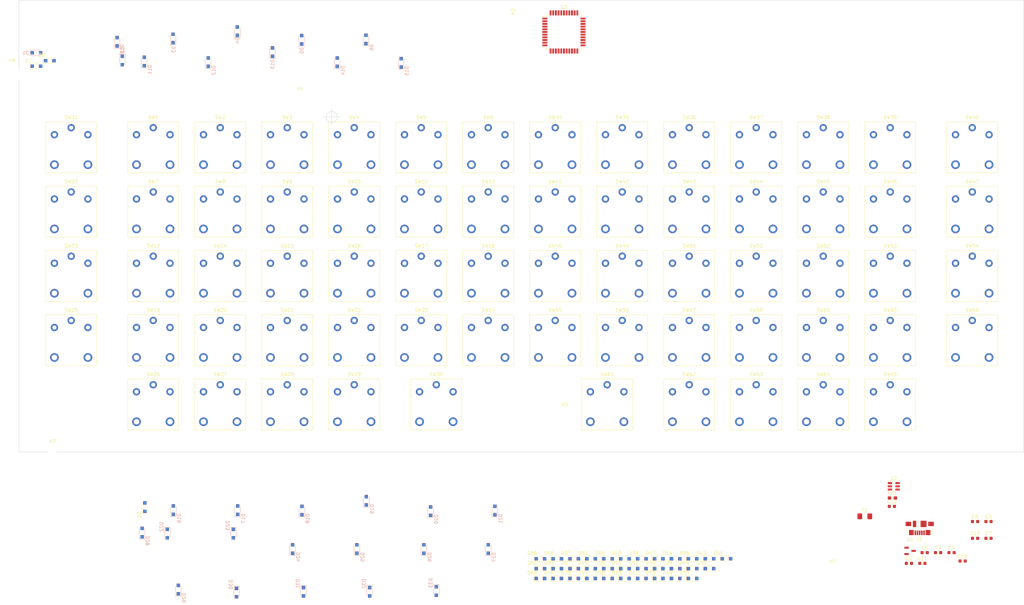
<source format=kicad_pcb>
(kicad_pcb (version 20221018) (generator pcbnew)
  (layers (0 "F.Cu" signal) (31 "B.Cu" signal) (34 "B.Paste" user) (35 "F.Paste" user) (36 "B.SilkS" user "B.Silkscreen") (37 "F.SilkS" user "F.Silkscreen") (38 "B.Mask" user) (39 "F.Mask" user) (44 "Edge.Cuts" user))
  (net 0 "")
  (net 1 "GND")
  (net 2 "Net-(D1-A)")
  (net 3 "Net-(D2-A)")
  (net 4 "/ROW_0")
  (net 5 "Net-(D3-A)")
  (net 6 "Net-(D4-A)")
  (net 7 "Net-(D5-A)")
  (net 8 "Net-(D6-A)")
  (net 9 "Net-(D7-A)")
  (net 10 "Net-(D8-A)")
  (net 11 "/ROW_1")
  (net 12 "Net-(D9-A)")
  (net 13 "Net-(D10-A)")
  (net 14 "Net-(D11-A)")
  (net 15 "Net-(D12-A)")
  (net 16 "Net-(D13-A)")
  (net 17 "Net-(D14-A)")
  (net 18 "/ROW_2")
  (net 19 "Net-(D15-A)")
  (net 20 "Net-(D16-A)")
  (net 21 "Net-(D17-A)")
  (net 22 "Net-(D18-A)")
  (net 23 "Net-(D19-A)")
  (net 24 "Net-(D20-A)")
  (net 25 "/ROW_3")
  (net 26 "Net-(D21-A)")
  (net 27 "/ROW_4")
  (net 28 "/COL_0")
  (net 29 "/COL_1")
  (net 30 "/COL_2")
  (net 31 "/COL_3")
  (net 32 "/COL_4")
  (net 33 "/COL_5")
  (net 34 "Net-(D22-A)")
  (net 35 "Net-(D23-A)")
  (net 36 "Net-(D24-A)")
  (net 37 "Net-(D25-A)")
  (net 38 "Net-(D26-A)")
  (net 39 "Net-(D27-A)")
  (net 40 "Net-(D28-A)")
  (net 41 "+3V3")
  (net 42 "Net-(U3-AVCC)")
  (net 43 "Net-(D29-A)")
  (net 44 "Net-(D30-A)")
  (net 45 "Net-(D31-A)")
  (net 46 "Net-(D32-A)")
  (net 47 "Net-(D33-A)")
  (net 48 "/USB_D-")
  (net 49 "/USB_D+")
  (net 50 "Net-(D34-A)")
  (net 51 "Net-(D35-A)")
  (net 54 "Net-(D36-A)")
  (net 55 "Net-(D37-A)")
  (net 56 "Net-(D38-A)")
  (net 57 "Net-(D39-A)")
  (net 58 "Net-(D40-A)")
  (net 59 "/COL_6")
  (net 60 "Net-(D41-A)")
  (net 61 "Net-(D42-A)")
  (net 62 "Net-(D43-A)")
  (net 63 "Net-(D44-A)")
  (net 64 "Net-(D45-A)")
  (net 65 "Net-(D46-A)")
  (net 66 "Net-(D47-A)")
  (net 67 "Net-(D48-A)")
  (net 68 "Net-(D49-A)")
  (net 69 "Net-(D50-A)")
  (net 70 "Net-(D51-A)")
  (net 71 "Net-(D52-A)")
  (net 72 "Net-(D53-A)")
  (net 73 "Net-(D54-A)")
  (net 74 "Net-(D55-A)")
  (net 75 "Net-(D56-A)")
  (net 76 "Net-(D57-A)")
  (net 77 "Net-(D58-A)")
  (net 78 "Net-(D59-A)")
  (net 79 "Net-(D60-A)")
  (net 80 "Net-(D61-A)")
  (net 81 "Net-(D62-A)")
  (net 82 "Net-(D63-A)")
  (net 83 "Net-(D64-A)")
  (net 84 "Net-(D65-A)")
  (net 85 "Net-(D66-A)")
  (net 91 "/COL_7")
  (net 92 "/COL_8")
  (net 93 "/COL_9")
  (net 94 "/COL_10")
  (net 95 "/COL_11")
  (net 96 "/COL_12")
  (net 97 "/COL_13")
  (net 101 "/VBUS")
  (net 102 "/VBUS_FUSED")
  (net 103 "/USBM+")
  (net 104 "/USBM-")
  (net 109 "Net-(J4-DATA)")
  (net 110 "Net-(J4-CLOCK)")
  (net 118 "Net-(U3-GND-Pad18)")
  (footprint "Switch_Keyboard_Kailh:SW_Kailh_Choc_V1V2_1.00u" (layer "F.Cu") (at 259.9 161)
    (fp_text reference "SW63")
    (fp_text value "SW_Push")
  )
  (footprint "Connector_USB:USB_Micro-B_Molex_47346-0001" (layer "F.Cu") (at 308.707 197.884 180)
    (fp_text reference "J1")
    (fp_text value "USB_B_Micro")
  )
  (footprint "Diode_SMD:D_SOD-323_Hand_Split_Keyboard" (layer "F.Cu") (at 210.588 210.03)
    (fp_text reference "D40")
    (fp_text value "1N4148W")
  )
  (footprint "Switch_Keyboard_Kailh:SW_Kailh_Choc_V1V2_1.00u" (layer "F.Cu") (at 239.9 122.6)
    (fp_text reference "SW50")
    (fp_text value "SW_Push")
  )
  (footprint "Capacitor_SMD:C_0603_1608Metric" (layer "F.Cu") (at 318.207 205.254)
    (fp_text reference "C4")
    (fp_text value "100n")
  )
  (footprint "Switch_Keyboard_Kailh:SW_Kailh_Choc_V1V2_1.00u" (layer "F.Cu") (at 219.9 141.8)
    (fp_text reference "SW56")
    (fp_text value "SW_Push")
  )
  (footprint "Capacitor_SMD:C_0603_1608Metric" (layer "F.Cu") (at 321.527 207.764)
    (fp_text reference "C10")
    (fp_text value "100n")
  )
  (footprint "Switch_Keyboard_Kailh:SW_Kailh_Choc_V1V2_1.00u" (layer "F.Cu") (at 99.9 84.2)
    (fp_text reference "SW2")
    (fp_text value "SW_Push")
  )
  (footprint "Switch_Keyboard_Kailh:SW_Kailh_Choc_V1V2_1.00u" (layer "F.Cu") (at 179.9 122.6)
    (fp_text reference "SW18")
    (fp_text value "SW_Push")
  )
  (footprint "Diode_SMD:D_SOD-323_Hand_Split_Keyboard" (layer "F.Cu") (at 230.788 212.98)
    (fp_text reference "D55")
    (fp_text value "1N4148W")
  )
  (footprint "Switch_Keyboard_Kailh:SW_Kailh_Choc_V1V2_1.00u" (layer "F.Cu") (at 199.9 84.2)
    (fp_text reference "SW34")
    (fp_text value "SW_Push")
  )
  (footprint "Switch_Keyboard_Kailh:SW_Kailh_Choc_V1V2_1.00u" (layer "F.Cu") (at 239.9 103.4)
    (fp_text reference "SW43")
    (fp_text value "SW_Push")
  )
  (footprint "Switch_Keyboard_Kailh:SW_Kailh_Choc_V1V2_1.00u" (layer "F.Cu") (at 239.9 141.8)
    (fp_text reference "SW57")
    (fp_text value "SW_Push")
  )
  (footprint "Diode_SMD:D_SOD-323_Hand_Split_Keyboard" (layer "F.Cu") (at 245.938 210.03)
    (fp_text reference "D50")
    (fp_text value "1N4148W")
  )
  (footprint "Diode_SMD:D_SOD-323_Hand_Split_Keyboard" (layer "F.Cu") (at 210.588 212.98)
    (fp_text reference "D44")
    (fp_text value "1N4148W")
  )
  (footprint "Capacitor_SMD:C_0603_1608Metric" (layer "F.Cu") (at 305.487 208.464)
    (fp_text reference "C5")
    (fp_text value "100n")
  )
  (footprint "Fuse:Fuse_0603_1608Metric_Pad1.05x0.95mm_HandSolder" (layer "F.Cu") (at 300.5625 188.93)
    (fp_text reference "FB1")
    (fp_text value "FerriteBead")
  )
  (footprint "Switch_Keyboard_Kailh:SW_Kailh_Choc_V1V2_1.00u" (layer "F.Cu") (at 159.9 141.8)
    (fp_text reference "SW23")
    (fp_text value "SW_Push")
  )
  (footprint "Diode_SMD:D_SOD-323_Hand_Split_Keyboard" (layer "F.Cu") (at 250.988 207.08)
    (fp_text reference "D51")
    (fp_text value "1N4148W")
  )
  (footprint "MountingHole:MountingHole_3.2mm_M3" (layer "F.Cu") (at 277.6 208.6)
    (fp_text reference "H7")
    (fp_text value "MountingHole")
  )
  (footprint "Diode_SMD:D_SOD-323_Hand_Split_Keyboard" (layer "F.Cu") (at 220.688 212.98)
    (fp_text reference "D63")
    (fp_text value "1N4148W")
  )
  (footprint "Switch_Keyboard_Kailh:SW_Kailh_Choc_V1V2_1.00u" (layer "F.Cu") (at 139.9 161)
    (fp_text reference "SW29")
    (fp_text value "SW_Push")
  )
  (footprint "Switch_Keyboard_Kailh:SW_Kailh_Choc_V1V2_1.00u" (layer "F.Cu") (at 299.9 84.2)
    (fp_text reference "SW39")
    (fp_text value "SW_Push")
  )
  (footprint "Switch_Keyboard_Kailh:SW_Kailh_Choc_V1V2_1.00u" (layer "F.Cu") (at 199.9 122.6)
    (fp_text reference "SW48")
    (fp_text value "SW_Push")
  )
  (footprint "Switch_Keyboard_Kailh:SW_Kailh_Choc_V1V2_1.00u" (layer "F.Cu") (at 279.9 161)
    (fp_text reference "SW64")
    (fp_text value "SW_Push")
  )
  (footprint "Switch_Keyboard_Kailh:SW_Kailh_Choc_V1V2_1.00u" (layer "F.Cu") (at 259.9 141.8)
    (fp_text reference "SW58")
    (fp_text value "SW_Push")
  )
  (footprint "Capacitor_SMD:C_0603_1608Metric" (layer "F.Cu") (at 325.227 200.984)
    (fp_text reference "C13")
    (fp_text value "1u")
  )
  (footprint "Switch_Keyboard_Kailh:SW_Kailh_Choc_V1V2_1.00u" (layer "F.Cu") (at 99.9 122.6)
    (fp_text reference "SW14")
    (fp_text value "SW_Push")
  )
  (footprint "Diode_SMD:D_SOD-323_Hand_Split_Keyboard" (layer "F.Cu") (at 220.688 207.08)
    (fp_text reference "D42")
    (fp_text value "1N4148W")
  )
  (footprint "Switch_Keyboard_Kailh:SW_Kailh_Choc_V1V2_1.00u" (layer "F.Cu") (at 279.9 103.4)
    (fp_text reference "SW45")
    (fp_text value "SW_Push")
  )
  (footprint "Diode_SMD:D_SOD-323_Hand_Split_Keyboard" (layer "F.Cu") (at 235.838 210.03)
    (fp_text reference "D34")
    (fp_text value "1N4148W")
  )
  (footprint "Diode_SMD:D_SOD-323_Hand_Split_Keyboard" (layer "F.Cu") (at 200.488 210.03)
    (fp_text reference "D53")
    (fp_text value "1N4148W")
  )
  (footprint "Switch_Keyboard_Kailh:SW_Kailh_Choc_V1V2_1.00u" (layer "F.Cu") (at 79.9 122.6)
    (fp_text reference "SW13")
    (fp_text value "SW_Push")
  )
  (footprint "Switch_Keyboard_Kailh:SW_Kailh_Choc_V1V2_1.00u" (layer "F.Cu") (at 179.9 84.2)
    (fp_text reference "SW6")
    (fp_text value "SW_Push")
  )
  (footprint "Switch_Keyboard_Kailh:SW_Kailh_Choc_V1V2_1.50u" (layer "F.Cu") (at 324.4 84.2)
    (fp_text reference "SW40")
    (fp_text value "SW_Push")
  )
  (footprint "Diode_SMD:D_SOD-323_Hand_Split_Keyboard" (layer "F.Cu") (at 230.788 210.03)
    (fp_text reference "D59")
    (fp_text value "1N4148W")
  )
  (footprint "Diode_SMD:D_SOD-323_Hand_Split_Keyboard" (layer "F.Cu") (at 235.838 207.08)
    (fp_text reference "D54")
    (fp_text value "1N4148W")
  )
  (footprint "Switch_Keyboard_Kailh:SW_Kailh_Choc_V1V2_1.00u" (layer "F.Cu") (at 99.9 161)
    (fp_text reference "SW27")
    (fp_text value "SW_Push")
  )
  (footprint "Switch_Keyboard_Kailh:SW_Kailh_Choc_V1V2_1.00u" (layer "F.Cu") (at 279.9 141.8)
    (fp_text reference "SW59")
    (fp_text value "SW_Push")
  )
  (footprint "Switch_Keyboard_Kailh:SW_Kailh_Choc_V1V2_1.00u" (layer "F.Cu") (at 139.9 103.4)
    (fp_text reference "SW10")
    (fp_text value "SW_Push")
  )
  (footprint "Switch_Keyboard_Kailh:SW_Kailh_Choc_V1V2_1.00u" (layer "F.Cu") (at 299.9 161)
    (fp_text reference "SW65")
    (fp_text value "SW_Push")
  )
  (footprint "Package_TO_SOT_SMD:SOT-23-6" (layer "F.Cu") (at 300.9625 185.45)
    (fp_text reference "U2")
    (fp_text value "USBLC6-2SC6")
  )
  (footprint "Diode_SMD:D_SOD-323_Hand_Split_Keyboard" (layer "F.Cu") (at 77.4 191.7 90)
    (fp_text reference "D9")
    (fp_text value "1N4148W")
  )
  (footprint "Switch_Keyboard_Kailh:SW_Kailh_Choc_V1V2_1.50u" (layer "F.Cu") (at 55.4 122.6)
    (fp_text reference "SW33")
    (fp_text value "SW_Push")
  )
  (footprint "Diode_SMD:D_SOD-323_Hand_Split_Keyboard" (layer "F.Cu") (at 48.996 58.282)
    (fp_text reference "D8")
    (fp_text value "1N4148W")
  )
  (footprint "Switch_Keyboard_Kailh:SW_Kailh_Choc_V1V2_1.00u" (layer "F.Cu") (at 79.9 84.2)
    (fp_text reference "SW1")
    (fp_text value "SW_Push")
  )
  (footprint "Switch_Keyboard_Kailh:SW_Kailh_Choc_V1V2_1.50u" (layer "F.Cu") (at 55.4 84.2)
    (fp_text reference "SW31")
    (fp_text value "SW_Push")
  )
  (footprint "Capacitor_SMD:C_0603_1608Metric" (layer "F.Cu") (at 329.237 200.984)
    (fp_text reference "C7")
    (fp_text value "100n")
  )
  (footprint "Diode_SMD:D_SOD-323_Hand_Split_Keyboard" (layer "F.Cu") (at 240.888 210.03)
    (fp_text reference "D64")
    (fp_text value "1N4148W")
  )
  (footprint "Diode_SMD:D_SOD-323_Hand_Split_Keyboard" (layer "F.Cu") (at 235.838 212.98)
    (fp_text reference "D49")
    (fp_text value "1N4148W")
  )
  (footprint "Switch_Keyboard_Kailh:SW_Kailh_Choc_V1V2_1.50u" (layer "F.Cu") (at 324.4 141.8)
    (fp_text reference "SW66")
    (fp_text value "SW_Push")
  )
  (footprint "Switch_Keyboard_Kailh:SW_Kailh_Choc_V1V2_1.00u" (layer "F.Cu") (at 159.9 103.4)
    (fp_text reference "SW11")
    (fp_text value "SW_Push")
  )
  (footprint "Switch_Keyboard_Kailh:SW_Kailh_Choc_V1V2_1.00u" (layer "F.Cu") (at 239.9 84.2)
    (fp_text reference "SW36")
    (fp_text value "SW_Push")
  )
  (footprint "Capacitor_SMD:C_0603_1608Metric" (layer "F.Cu") (at 325.227 195.964)
    (fp_text reference "C8")
    (fp_text value "100n")
  )
  (footprint "MountingHole:MountingHole_3.2mm_M3" (layer "F.Cu") (at 49.779185 176.179185)
    (fp_text reference "H2")
    (fp_text value "MountingHole")
  )
  (footprint "Switch_Keyboard_Kailh:SW_Kailh_Choc_V1V2_1.50u" (layer "F.Cu") (at 164.4 161)
    (fp_text reference "SW30")
    (fp_text value "SW_Push")
  )
  (footprint "Switch_Keyboard_Kailh:SW_Kailh_Choc_V1V2_1.00u" (layer "F.Cu") (at 119.9 141.8)
    (fp_text reference "SW21")
    (fp_text value "SW_Push")
  )
  (footprint "Capacitor_SMD:C_0603_1608Metric" (layer "F.Cu") (at 309.497 208.464)
    (fp_text reference "C11")
    (fp_text value "100n")
  )
  (footprint "Switch_Keyboard_Kailh:SW_Kailh_Choc_V1V2_1.00u" (layer "F.Cu") (at 299.9 122.6)
    (fp_text reference "SW53")
    (fp_text value "SW_Push")
  )
  (footprint "Diode_SMD:D_SOD-323_Hand_Split_Keyboard" (layer "F.Cu") (at 195.438 210.03)
    (fp_text reference "D62")
    (fp_text value "1N4148W")
  )
  (footprint "Diode_SMD:D_SOD-323_Hand_Split_Keyboard" (layer "F.Cu") (at 195.438 212.98)
    (fp_text reference "D60")
    (fp_text value "1N4148W")
  )
  (footprint "Switch_Keyboard_Kailh:SW_Kailh_Choc_V1V2_1.00u" (layer "F.Cu") (at 199.9 103.4)
    (fp_text reference "SW41")
    (fp_text value "SW_Push")
  )
  (footprint "Diode_SMD:D_SOD-323_Hand_Split_Keyboard" (layer "F.Cu") (at 225.738 210.03)
    (fp_text reference "D52")
    (fp_text value "1N4148W")
  )
  (footprint "MountingHole:MountingHole_3.2mm_M3" (layer "F.Cu") (at 202.779185 184.179185)
    (fp_text reference "H5")
    (fp_text value "MountingHole")
  )
  (footprint "Diode_SMD:D_SOD-323_Hand_Split_Keyboard" (layer "F.Cu") (at 230.788 207.08)
    (fp_text reference "D47")
    (fp_text value "1N4148W")
  )
  (footprint "Fuse:Fuse_1206_3216Metric_Pad1.42x1.75mm_HandSolder" (layer "F.Cu") (at 292.3125 194.42)
    (fp_text reference "F1")
    (fp_text value "Polyfuse")
  )
  (footprint "Switch_Keyboard_Kailh:SW_Kailh_Choc_V1V2_1.50u" (layer "F.Cu") (at 215.4 161)
    (fp_text reference "SW61")
    (fp_text value "SW_Push")
  )
  (footprint "Package_QFP:TQFP-44_10x10mm_P0.8mm" (layer "F.Cu") (at 202.5 49.7)
    (fp_text reference "U3")
    (fp_text value "ATxmega32A4U-A")
  )
  (footprint "Diode_SMD:D_SOD-323_Hand_Split_Keyboard" (layer "F.Cu") (at 200.488 212.98)
    (fp_text reference "D46")
    (fp_text value "1N4148W")
  )
  (footprint "Switch_Keyboard_Kailh:SW_Kailh_Choc_V1V2_1.00u" (layer "F.Cu") (at 259.9 103.4)
    (fp_text reference "SW44")
    (fp_text value "SW_Push")
  )
  (footprint "Switch_Keyboard_Kailh:SW_Kailh_Choc_V1V2_1.00u" (layer "F.Cu") (at 119.9 103.4)
    (fp_text reference "SW9")
    (fp_text value "SW_Push")
  )
  (footprint "Switch_Keyboard_Kailh:SW_Kailh_Choc_V1V2_1.00u" (layer "F.Cu") (at 219.9 103.4)
    (fp_text reference "SW42")
    (fp_text value "SW_Push")
  )
  (footprint "Switch_Keyboard_Kailh:SW_Kailh_Choc_V1V2_1.00u" (layer "F.Cu") (at 219.9 84.2)
    (fp_text reference "SW35")
    (fp_text value "SW_Push")
  )
  (footprint "Switch_Keyboard_Kailh:SW_Kailh_Choc_V1V2_1.00u" (layer "F.Cu") (at 219.9 122.6)
    (fp_text reference "SW49")
    (fp_text value "SW_Push")
  )
  (footprint "Switch_Keyboard_Kailh:SW_Kailh_Choc_V1V2_1.50u" (layer "F.Cu") (at 324.4 122.6)
    (fp_text reference "SW54")
    (fp_text value "SW_Push")
  )
  (footprint "MountingHole:MountingHole_3.2mm_M3" (layer "F.Cu") (at 124 61.7)
    (fp_text reference "H4")
    (fp_text value "MountingHole")
  )
  (footprint "Switch_Keyboard_Kailh:SW_Kailh_Choc_V1V2_1.00u" (layer "F.Cu") (at 139.9 84.2)
    (fp_text reference "SW4")
    (fp_text value "SW_Push")
  )
  (footprint "Capacitor_SMD:C_0603_1608Metric" (layer "F.Cu") (at 300.3925 191.44)
    (fp_text reference "C12")
    (fp_text value "1u")
  )
  (footprint "Diode_SMD:D_SOD-323_Hand_Split_Keyboard" (layer "F.Cu") (at 215.638 210.03)
    (fp_text reference "D56")
    (fp_text value "1N4148W")
  )
  (footprint "Diode_SMD:D_SOD-323_Hand_Split_Keyboard" (layer "F.Cu") (at 215.638 212.98)
    (fp_text reference "D58")
    (fp_text value "1N4148W")
  )
  (footprint "Diode_SMD:D_SOD-323_Hand_Split_Keyboard" (layer "F.Cu") (at 225.738 207.08)
    (fp_text reference "D38")
    (fp_text value "1N4148W")
  )
  (footprint "Switch_Keyboard_Kailh:SW_Kailh_Choc_V1V2_1.00u" (layer "F.Cu") (at 79.9 103.4)
    (fp_text reference "SW7")
    (fp_text value "SW_Push")
  )
  (footprint "Capacitor_SMD:C_0603_1608Metric" (layer "F.Cu") (at 310.187 205.254)
    (fp_text reference "C6")
    (fp_text value "100n")
  )
  (footprint "Switch_Keyboard_Kailh:SW_Kailh_Choc_V1V2_1.00u" (layer "F.Cu") (at 279.9 122.6)
    (fp_text reference "SW52")
    (fp_text value "SW_Push")
  )
  (footprint "MountingHole:MountingHole_3.2mm_M3" (layer "F.Cu") (at 39.3 62.6)
    (fp_text reference "H6")
    (fp_text value "MountingHole")
  )
  (footprint "Diode_SMD:D_SOD-323_Hand_Split_Keyboard" (layer "F.Cu") (at 215.638 207.08)
    (fp_text reference "D65")
    (fp_text value "1N4148W")
  )
  (footprint "Switch_Keyboard_Kailh:SW_Kailh_Choc_V1V2_1.00u" (layer "F.Cu") (at 159.9 122.6)
    (fp_text reference "SW17")
    (fp_text value "SW_Push")
  )
  (footprint "Switch_Keyboard_Kailh:SW_Kailh_Choc_V1V2_1.00u" (layer "F.Cu") (at 239.9 161)
    (fp_text reference "SW62")
    (fp_text value "SW_Push")
  )
  (footprint "Switch_Keyboard_Kailh:SW_Kailh_Choc_V1V2_1.00u" (layer "F.Cu") (at 79.9 141.8)
    (fp_text reference "SW19")
    (fp_text value "SW_Push")
  )
  (footprint "Switch_Keyboard_Kailh:SW_Kailh_Choc_V1V2_1.00u" (layer "F.Cu") (at 179.9 141.8)
    (fp_text reference "SW24")
    (fp_text value "SW_Push")
  )
  (footprint "Switch_Keyboard_Kailh:SW_Kailh_Choc_V1V2_1.00u" (layer "F.Cu") (at 199.9 141.8)
    (fp_text reference "SW55")
    (fp_text value "SW_Push")
  )
  (footprint "Diode_SMD:D_SOD-323_Hand_Split_Keyboard" (layer "F.Cu") (at 205.538 210.03)
    (fp_text reference "D57")
    (fp_text value "1N4148W")
  )
  (footprint "Capacitor_SMD:C_0603_1608Metric" (layer "F.Cu") (at 329.237 195.964)
    (fp_text reference "C3")
    (fp_text value "100n")
  )
  (footprint "Diode_SMD:D_SOD-323_Hand_Split_Keyboard" (layer "F.Cu") (at 240.888 207.08)
    (fp_text reference "D36")
    (fp_text value "1N4148W")
  )
  (footprint "Switch_Keyboard_Kailh:SW_Kailh_Choc_V1V2_1.00u" (layer "F.Cu") (at 299.9 141.8)
    (fp_text reference "SW60")
    (fp_text value "SW_Push")
  )
  (footprint "Diode_SMD:D_SOD-323_Hand_Split_Keyboard" (layer "F.Cu") (at 200.488 207.08)
    (fp_text reference "D48")
    (fp_text value "1N4148W")
  )
  (footprint "Diode_SMD:D_SOD-323_Hand_Split_Keyboard" (layer "F.Cu") (at 240.888 212.98)
    (fp_text reference "D35")
    (fp_text value "1N4148W")
  )
  (footprint "Switch_Keyboard_Kailh:SW_Kailh_Choc_V1V2_1.00u" (layer "F.Cu") (at 279.9 84.2)
    (fp_text reference "SW38")
    (fp_text value "SW_Push")
  )
  (footprint "Switch_Keyboard_Kailh:SW_Kailh_Choc_V1V2_1.00u" (layer "F.Cu") (at 119.9 161)
    (fp_text reference "SW28")
    (fp_text value "SW_Push")
  )
  (footprint "Switch_Keyboard_Kailh:SW_Kailh_Choc_V1V2_1.50u" (layer "F.Cu") (at 55.4 103.4)
    (fp_text reference "SW32")
    (fp_text value "SW_Push")
  )
  (footprint "Switch_Keyboard_Kailh:SW_Kailh_Choc_V1V2_1.00u" (layer "F.Cu") (at 159.9 84.2)
    (fp_text reference "SW5")
    (fp_text value "SW_Push")
  )
  (footprint "Diode_SMD:D_SOD-323_Hand_Split_Keyboard" (layer "F.Cu") (at 245.938 207.08)
    (fp_text reference "D43")
    (fp_text value "1N4148W")
  )
  (footprint "Diode_SMD:D_SOD-323_Hand_Split_Keyboard" (layer "F.Cu") (at 210.588 207.08)
    (fp_text reference "D61")
    (fp_text value "1N4148W")
  )
  (footprint "Diode_SMD:D_SOD-323_Hand_Split_Keyboard" (layer "F.Cu") (at 205.538 207.08)
    (fp_text reference "D37")
    (fp_text value "1N4148W")
  )
  (footprint "Switch_Keyboard_Kailh:SW_Kailh_Choc_V1V2_1.50u" (layer "F.Cu") (at 324.4 103.4)
    (fp_text reference "SW47")
    (fp_text value "SW_Push")
  )
  (footprint "Switch_Keyboard_Kailh:SW_Kailh_Choc_V1V2_1.00u" (layer "F.Cu") (at 119.9 84.2)
    (fp_text reference "SW3")
    (fp_text value "SW_Push")
  )
  (footprint "Switch_Keyboard_Kailh:SW_Kailh_Choc_V1V2_1.00u" (layer "F.Cu") (at 259.9 122.6)
    (fp_text reference "SW51")
    (fp_text value "SW_Push")
  )
  (footprint "Switch_Keyboard_Kailh:SW_Kailh_Choc_V1V2_1.50u" (layer "F.Cu") (at 55.4 141.8)
    (fp_text reference "SW25")
    (fp_text value "SW_Push")
  )
  (footprint "digikey-footprints:SOT-23-3" (layer "F.Cu") (at 305.832 204.734)
    (fp_text reference "U1")
    (fp_text value "MCP1700T-3302E_TT")
  )
  (footprint "Switch_Keyboard_Kailh:SW_Kailh_Choc_V1V2_1.00u" (layer "F.Cu") (at 139.9 141.8)
    (fp_text reference "SW22")
    (fp_text value "SW_Push")
  )
  (footprint "Switch_Keyboard_Kailh:SW_Kailh_Choc_V1V2_1.00u" (layer "F.Cu") (at 119.9 122.6)
    (fp_text reference "SW15")
    (fp_text value "SW_Push")
  )
  (footprint "MountingHole:MountingHole_3.2mm_M3" (layer "F.Cu") (at 182.9 45.3 90)
    (fp_text reference "H3")
    (fp_text value "MountingHole")
  )
  (footprint "Switch_Keyboard_Kailh:SW_Kailh_Choc_V1V2_1.00u" (layer "F.Cu") (at 99.9 103.4)
    (fp_text reference "SW8")
    (fp_text value "SW_Push")
  )
  (footprint "Diode_SMD:D_SOD-323_Hand_Split_Keyboard" (layer "F.Cu") (at 220.688 210.03)
    (fp_text reference "D45")
    (fp_text value "1N4148W")
  )
  (footprint "Diode_SMD:D_SOD-323_Hand_Split_Keyboard" (layer "F.Cu") (at 205.538 212.98)
    (fp_text reference "D39")
    (fp_text value "1N4148W")
  )
  (footprint "Diode_SMD:D_SOD-323_Hand_Split_Keyboard" (layer "F.Cu") (at 195.438 207.08)
    (fp_text reference "D66")
    (fp_text value "1N4148W")
  )
  (footprint "Capacitor_SMD:C_0603_1608Metric" (layer "F.Cu") (at 314.197 205.254)
    (fp_text reference "C9")
    (fp_text value "100n")
  )
  (footprint "Diode_SMD:D_SOD-323_Hand_Split_Keyboard" (layer "F.Cu") (at 225.738 212.98)
    (fp_text reference "D41")
    (fp_text value "1N4148W")
  )
  (footprint "Switch_Keyboard_Kailh:SW_Kailh_Choc_V1V2_1.00u" (layer "F.Cu") (at 259.9 84.2)
    (fp_text reference "SW37")
    (fp_text value "SW_Push")
  )
  (footprint "Switch_Keyboard_Kailh:SW_Kailh_Choc_V1V2_1.00u" (layer "F.Cu") (at 299.9 103.4)
    (fp_text reference "SW46")
    (fp_text value "SW_Push")
  )
  (footprint "Switch_Keyboard_Kailh:SW_Kailh_Choc_V1V2_1.00u" (layer "F.Cu") (at 179.9 103.4)
    (fp_text reference "SW12")
    (fp_text value "SW_Push")
  )
  (footprint "Diode_SMD:D_SOD-323_Hand_Split_Keyboard" (layer "F.Cu") (at 44.996 59.932291)
    (fp_text reference "D7")
    (fp_text value "1N4148W")
  )
  (footprint "Switch_Keyboard_Kailh:SW_Kailh_Choc_V1V2_1.00u" (layer "F.Cu") (at 99.9 141.8)
    (fp_text reference "SW20")
    (fp_text value "SW_Push")
  )
  (footprint "Switch_Keyboard_Kailh:SW_Kailh_Choc_V1V2_1.00u" (layer "F.Cu") (at 139.9 122.6)
    (fp_text reference "SW16")
    (fp_text value "SW_Push")
  )
  (footprint "Switch_Keyboard_Kailh:SW_Kailh_Choc_V1V2_1.00u" (layer "F.Cu") (at 79.9 161)
    (fp_text reference "SW26")
    (fp_text value "SW_Push")
  )
  (footprint "Diode_SMD:D_SOD-323_Hand_Split_Keyboard" (layer "B.Cu") (at 96.3 58.75 90)
    (fp_text reference "D12")
    (fp_text value "1N4148W")
  )
  (footprint "Diode_SMD:D_SOD-323_Hand_Split_Keyboard" (layer "B.Cu") (at 103.820815 199.545815 -90)
    (fp_text reference "D23")
    (fp_text value "1N4148W")
  )
  (footprint "Diode_SMD:D_SOD-323_Hand_Split_Keyboard" (layer "B.Cu") (at 143.5 189.8 90)
    (fp_text reference "D19")
    (fp_text value "1N4148W")
  )
  (footprint "Diode_SMD:D_SOD-323_Hand_Split_Keyboard" (layer "B.Cu") (at 124.3 192.7 90)
    (fp_text reference "D18")
    (fp_text value "1N4148W")
  )
  (footprint "Diode_SMD:D_SOD-323_Hand_Split_Keyboard" (layer "B.Cu") (at 115.5 55.75 90)
    (fp_text reference "D13")
    (fp_text value "1N4148W")
  )
  (footprint "Diode_SMD:D_SOD-323_Hand_Split_Keyboard" (layer "B.Cu") (at 124.2 52.05 90)
    (fp_text reference "D5")
    (fp_text value "1N4148W")
  )
  (footprint "Diode_SMD:D_SOD-323_Hand_Split_Keyboard" (layer "B.Cu") (at 87.4 216.329185 90)
    (fp_text reference "D29")
    (fp_text value "1N4148W")
  )
  (footprint "Diode_SMD:D_SOD-323_Hand_Split_Keyboard" (layer "B.Cu") (at 140.7 204.2 90)
    (fp_text reference "D25")
    (fp_text value "1N4148W")
  )
  (footprint "Diode_SMD:D_SOD-323_Hand_Split_Keyboard" (layer "B.Cu") (at 104.75 217.179185 -90)
    (fp_text reference "D30")
    (fp_text value "1N4148W")
  )
  (footprint "Diode_SMD:D_SOD-323_Hand_Split_Keyboard" (layer "B.Cu") (at 144.5 216.929185 -90)
    (fp_text reference "D32")
    (fp_text value "1N4148W")
  )
  (footprint "Diode_SMD:D_SOD-323_Hand_Split_Keyboard" (layer "B.Cu") (at 121.500291 204.2 90)
    (fp_text reference "D24")
    (fp_text value "1N4148W")
  )
  (footprint "Diode_SMD:D_SOD-323_Hand_Split_Keyboard" (layer "B.Cu") (at 44.996 55.932291)
    (fp_text reference "D1")
    (fp_text value "1N4148W")
  )
  (footprint "Diode_SMD:D_SOD-323_Hand_Split_Keyboard" (layer "B.Cu") (at 69.1 52.65 90)
    (fp_text reference "D2")
    (fp_text value "1N4148W")
  )
  (footprint "Diode_SMD:D_SOD-323_Hand_Split_Keyboard" (layer "B.Cu") (at 153.9 58.95 90)
    (fp_text reference "D15")
    (fp_text value "1N4148W")
  )
  (footprint "Diode_SMD:D_SOD-323_Hand_Split_Keyboard" (layer "B.Cu") (at 70.65 58.2 -90)
    (fp_text reference "D10")
    (fp_text value "1N4148W")
  )
  (footprint "Diode_SMD:D_SOD-323_Hand_Split_Keyboard" (layer "B.Cu") (at 124.75 216.929185 -90)
    (fp_text reference "D31")
    (fp_text value "1N4148W")
  )
  (footprint "Diode_SMD:D_SOD-323_Hand_Split_Keyboard" (layer "B.Cu") (at 84.070815 199.545815 -90)
    (fp_text reference "D22")
    (fp_text value "1N4148W")
  )
  (footprint "Diode_SMD:D_SOD-323_Hand_Split_Keyboard" (layer "B.Cu") (at 105.100291 192.6 90)
    (fp_text reference "D17")
    (fp_text value "1N4148W")
  )
  (footprint "Diode_SMD:D_SOD-323_Hand_Split_Keyboard" (layer "B.Cu") (at 160.7 204.2 90)
    (fp_text reference "D26")
    (fp_text value "1N4148W")
  )
  (footprint "Diode_SMD:D_SOD-323_Hand_Split_Keyboard" (layer "B.Cu") (at 143.4 51.95 90)
    (fp_text reference "D6")
    (fp_text value "1N4148W")
  )
  (footprint "Diode_SMD:D_SOD-323_Hand_Split_Keyboard" (layer "B.Cu") (at 105 49.5 90)
    (fp_text reference "D4")
    (fp_text value "1N4148W")
  )
  (footprint "Diode_SMD:D_SOD-323_Hand_Split_Keyboard" (layer "B.Cu") (at 77.200291 58.55 90)
    (fp_text reference "D11")
    (fp_text value "1N4148W")
  )
  (footprint "Diode_SMD:D_SOD-323_Hand_Split_Keyboard" (layer "B.Cu") (at 85.900291 192.6 90)
    (fp_text reference "D16")
    (fp_text value "1N4148W")
  )
  (footprint "Diode_SMD:D_SOD-323_Hand_Split_Keyboard" (layer "B.Cu") (at 76.570815 199.295815 90)
    (fp_text reference "D28")
    (fp_text value "1N4148W")
  )
  (footprint "Diode_SMD:D_SOD-323_Hand_Split_Keyboard" (layer "B.Cu") (at 134.8 58.75 90)
    (fp_text reference "D14")
    (fp_text value "1N4148W")
  )
  (footprint "Diode_SMD:D_SOD-323_Hand_Split_Keyboard" (layer "B.Cu") (at 179.9 204.2 90)
    (fp_text reference "D27")
    (fp_text value "1N4148W")
  )
  (footprint "Diode_SMD:D_SOD-323_Hand_Split_Keyboard" (layer "B.Cu") (at 162.7 192.9 90)
    (fp_text reference "D20")
    (fp_text value "1N4148W")
  )
  (footprint "Diode_SMD:D_SOD-323_Hand_Split_Keyboard" (layer "B.Cu") (at 164.4 216.7 -89.99999997)
    (fp_text reference "D33")
    (fp_text value "1N4148W")
  )
  (footprint "Diode_SMD:D_SOD-323_Hand_Split_Keyboard" (layer "B.Cu") (at 181.9 192.7 90)
    (fp_text reference "D21")
    (fp_text value "1N4148W")
  )
  (footprint "Diode_SMD:D_SOD-323_Hand_Split_Keyboard" (layer "B.Cu") (at 85.8 51.65 90)
    (fp_text reference "D3")
    (fp_text value "1N4148W")
  )
  (gr_rect (start 39.8 40.2) (end 339.8 175.2) (stroke (width 0.1)) (fill none) (layer "Edge.Cuts"))
  (target plus (at 133.200185 75.075) (size 5) (width 0.1) (layer "Edge.Cuts"))
)
</source>
